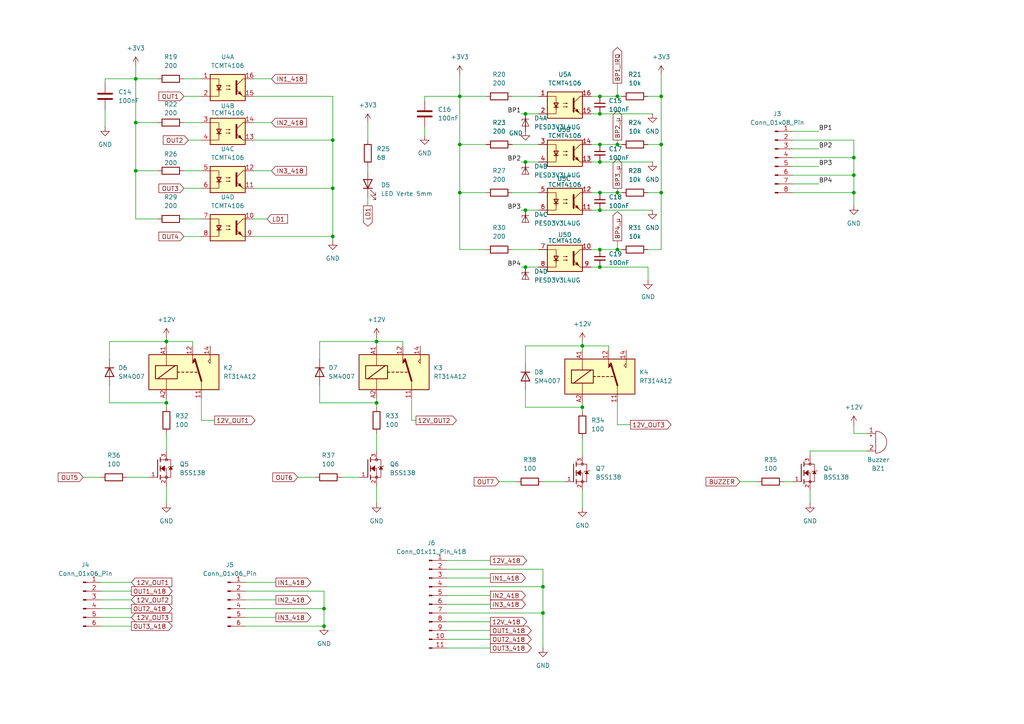
<source format=kicad_sch>
(kicad_sch (version 20250114) (generator "eeschema") (generator_version "9.0")
  (paper "A4")
  (title_block (title "INPUT/OUTPUT") (date "2025-04-30") (rev "V1") (company "TTS") (comment 1 "EP"))
  (lib_symbols
    (symbol "BSS138:BSS138" (pin_names (offset 1.016))
      (property "Reference" "Q" (at -8.89 2.54 0))
      (property "Value" "BSS138" (at -8.89 -7.62 0))
      (symbol "BSS138_0_0"
        (pin passive line (at -2.54 -2.54 0) (length 2.54) (name "~") (number "1"))
        (pin passive line (at 2.54 5.08 270) (length 2.54) (name "~") (number "3"))
        (pin passive line (at 2.54 -5.08 90) (length 2.54) (name "~") (number "2"))
      )
    )
    (symbol "Connector:Conn_01x06_Pin" (pin_names (offset 1.016) (hide yes))
      (property "Reference" "J" (at 0 7.62 0))
      (property "Value" "Conn_01x06_Pin" (at 0 -10.16 0))
      (symbol "Conn_01x06_Pin_1_1"
        (pin passive line (at 5.08 5.08 180) (length 3.81) (name "Pin_1") (number "1"))
        (pin passive line (at 5.08 2.54 180) (length 3.81) (name "Pin_2") (number "2"))
        (pin passive line (at 5.08 0 180) (length 3.81) (name "Pin_3") (number "3"))
        (pin passive line (at 5.08 -2.54 180) (length 3.81) (name "Pin_4") (number "4"))
        (pin passive line (at 5.08 -5.08 180) (length 3.81) (name "Pin_5") (number "5"))
        (pin passive line (at 5.08 -7.62 180) (length 3.81) (name "Pin_6") (number "6"))
      )
    )
    (symbol "Connector:Conn_01x08_Pin" (pin_names (offset 1.016) (hide yes))
      (property "Reference" "J" (at 0 10.16 0))
      (property "Value" "Conn_01x08_Pin" (at 0 -12.7 0))
      (symbol "Conn_01x08_Pin_1_1"
        (pin passive line (at 5.08 7.62 180) (length 3.81) (name "Pin_1") (number "1"))
        (pin passive line (at 5.08 5.08 180) (length 3.81) (name "Pin_2") (number "2"))
        (pin passive line (at 5.08 2.54 180) (length 3.81) (name "Pin_3") (number "3"))
        (pin passive line (at 5.08 0 180) (length 3.81) (name "Pin_4") (number "4"))
        (pin passive line (at 5.08 -2.54 180) (length 3.81) (name "Pin_5") (number "5"))
        (pin passive line (at 5.08 -5.08 180) (length 3.81) (name "Pin_6") (number "6"))
        (pin passive line (at 5.08 -7.62 180) (length 3.81) (name "Pin_7") (number "7"))
        (pin passive line (at 5.08 -10.16 180) (length 3.81) (name "Pin_8") (number "8"))
      )
    )
    (symbol "Connector:Conn_01x11_Pin" (pin_names (offset 1.016) (hide yes))
      (property "Reference" "J" (at 0 15.24 0))
      (property "Value" "Conn_01x11_Pin" (at 0 -15.24 0))
      (symbol "Conn_01x11_Pin_1_1"
        (pin passive line (at 5.08 12.7 180) (length 3.81) (name "Pin_1") (number "1"))
        (pin passive line (at 5.08 10.16 180) (length 3.81) (name "Pin_2") (number "2"))
        (pin passive line (at 5.08 7.62 180) (length 3.81) (name "Pin_3") (number "3"))
        (pin passive line (at 5.08 5.08 180) (length 3.81) (name "Pin_4") (number "4"))
        (pin passive line (at 5.08 2.54 180) (length 3.81) (name "Pin_5") (number "5"))
        (pin passive line (at 5.08 0 180) (length 3.81) (name "Pin_6") (number "6"))
        (pin passive line (at 5.08 -2.54 180) (length 3.81) (name "Pin_7") (number "7"))
        (pin passive line (at 5.08 -5.08 180) (length 3.81) (name "Pin_8") (number "8"))
        (pin passive line (at 5.08 -7.62 180) (length 3.81) (name "Pin_9") (number "9"))
        (pin passive line (at 5.08 -10.16 180) (length 3.81) (name "Pin_10") (number "10"))
        (pin passive line (at 5.08 -12.7 180) (length 3.81) (name "Pin_11") (number "11"))
      )
    )
    (symbol "Device:Buzzer" (pin_names (offset 0.0254) (hide yes))
      (property "Reference" "BZ" (at 3.81 1.27 0))
      (property "Value" "Buzzer" (at 3.81 -1.27 0))
      (symbol "Buzzer_1_1"
        (pin passive line (at -2.54 2.54 0) (length 2.54) (name "+") (number "1"))
        (pin passive line (at -2.54 -2.54 0) (length 2.54) (name "-") (number "2"))
      )
    )
    (symbol "Device:C" (pin_numbers (hide yes)) (pin_names (offset 0.254))
      (property "Reference" "C" (at 0.635 2.54 0))
      (property "Value" "C" (at 0.635 -2.54 0))
      (symbol "C_1_1"
        (pin passive line (at 0 3.81 270) (length 2.794) (name "~") (number "1"))
        (pin passive line (at 0 -3.81 90) (length 2.794) (name "~") (number "2"))
      )
    )
    (symbol "Device:C_Small" (pin_numbers (hide yes)) (pin_names (offset 0.254) (hide yes))
      (property "Reference" "C" (at 0.254 1.778 0))
      (property "Value" "C_Small" (at 0.254 -2.032 0))
      (symbol "C_Small_1_1"
        (pin passive line (at 0 2.54 270) (length 2.032) (name "~") (number "1"))
        (pin passive line (at 0 -2.54 90) (length 2.032) (name "~") (number "2"))
      )
    )
    (symbol "Device:LED" (pin_numbers (hide yes)) (pin_names (offset 1.016) (hide yes))
      (property "Reference" "D" (at 0 2.54 0))
      (property "Value" "LED" (at 0 -2.54 0))
      (symbol "LED_1_1"
        (pin passive line (at -3.81 0 0) (length 2.54) (name "K") (number "1"))
        (pin passive line (at 3.81 0 180) (length 2.54) (name "A") (number "2"))
      )
    )
    (symbol "Device:R" (pin_numbers (hide yes)) (pin_names (offset 0))
      (property "Reference" "R" (at 2.032 0 90))
      (property "Value" "R" (at 0 0 90))
      (symbol "R_1_1"
        (pin passive line (at 0 3.81 270) (length 1.27) (name "~") (number "1"))
        (pin passive line (at 0 -3.81 90) (length 1.27) (name "~") (number "2"))
      )
    )
    (symbol "Diode:SM4007" (pin_numbers (hide yes)) (pin_names (hide yes))
      (property "Reference" "D" (at 0 2.54 0))
      (property "Value" "SM4007" (at 0 -2.54 0))
      (symbol "SM4007_1_1"
        (pin passive line (at -3.81 0 0) (length 2.54) (name "K") (number "1"))
        (pin passive line (at 3.81 0 180) (length 2.54) (name "A") (number "2"))
      )
    )
    (symbol "Isolator:TCMT4106" (pin_names (offset 1.016))
      (property "Reference" "U" (at 0 5.08 0))
      (property "Value" "TCMT4106" (at 0 -5.08 0))
      (symbol "TCMT4106_1_1"
        (pin passive line (at -7.62 2.54 0) (length 2.54) (name "~") (number "1"))
        (pin passive line (at -7.62 -2.54 0) (length 2.54) (name "~") (number "2"))
        (pin passive line (at 7.62 2.54 180) (length 2.54) (name "~") (number "16"))
        (pin passive line (at 7.62 -2.54 180) (length 2.54) (name "~") (number "15"))
      )
      (symbol "TCMT4106_2_1"
        (pin passive line (at -7.62 2.54 0) (length 2.54) (name "~") (number "3"))
        (pin passive line (at -7.62 -2.54 0) (length 2.54) (name "~") (number "4"))
        (pin passive line (at 7.62 2.54 180) (length 2.54) (name "~") (number "14"))
        (pin passive line (at 7.62 -2.54 180) (length 2.54) (name "~") (number "13"))
      )
      (symbol "TCMT4106_3_1"
        (pin passive line (at -7.62 2.54 0) (length 2.54) (name "~") (number "5"))
        (pin passive line (at -7.62 -2.54 0) (length 2.54) (name "~") (number "6"))
        (pin passive line (at 7.62 2.54 180) (length 2.54) (name "~") (number "12"))
        (pin passive line (at 7.62 -2.54 180) (length 2.54) (name "~") (number "11"))
      )
      (symbol "TCMT4106_4_1"
        (pin passive line (at -7.62 2.54 0) (length 2.54) (name "~") (number "7"))
        (pin passive line (at -7.62 -2.54 0) (length 2.54) (name "~") (number "8"))
        (pin passive line (at 7.62 2.54 180) (length 2.54) (name "~") (number "10"))
        (pin passive line (at 7.62 -2.54 180) (length 2.54) (name "~") (number "9"))
      )
    )
    (symbol "Power_Protection:PESD3V3L4UG" (pin_numbers (hide yes)) (pin_names (hide yes))
      (property "Reference" "D" (at 0 2.54 0))
      (property "Value" "PESD3V3L4UG" (at 0 -2.54 0))
      (symbol "PESD3V3L4UG_1_1"
        (pin passive line (at -2.54 0 0) (length 2.54) (name "K1") (number "1"))
        (pin passive line (at 2.54 0 180) (length 2.54) (name "A") (number "2"))
      )
      (symbol "PESD3V3L4UG_2_1"
        (pin passive line (at -2.54 0 0) (length 2.54) (name "K2") (number "3"))
      )
      (symbol "PESD3V3L4UG_3_1"
        (pin passive line (at -2.54 0 0) (length 2.54) (name "K3") (number "4"))
      )
      (symbol "PESD3V3L4UG_4_1"
        (pin passive line (at -2.54 0 0) (length 2.54) (name "K4") (number "5"))
      )
    )
    (symbol "Relay:RT314A12"
      (property "Reference" "K" (at 11.43 3.81 0))
      (property "Value" "RT314A12" (at 11.43 1.27 0))
      (symbol "RT314A12_1_1"
        (pin passive line (at -5.08 7.62 270) (length 2.54) (name "~") (number "A1"))
        (pin passive line (at -5.08 -7.62 90) (length 2.54) (name "~") (number "A2"))
        (pin passive line (at 2.54 7.62 270) (length 2.54) (name "~") (number "12"))
        (pin passive line (at 5.08 -7.62 90) (length 2.54) (name "~") (number "11"))
        (pin passive line (at 7.62 7.62 270) (length 2.54) (name "~") (number "14"))
      )
    )
    (symbol "power:+12V" (power) (pin_numbers (hide yes)) (pin_names (offset 0) (hide yes))
      (property "Value" "+12V" (at 0 3.556 0))
      (symbol "+12V_1_1"
        (pin power_in line (at 0 0 90) (length 0) (name "~") (number "1"))
      )
    )
    (symbol "power:+3V3" (power) (pin_numbers (hide yes)) (pin_names (offset 0) (hide yes))
      (property "Value" "+3V3" (at 0 3.556 0))
      (symbol "+3V3_1_1"
        (pin power_in line (at 0 0 90) (length 0) (name "~") (number "1"))
      )
    )
    (symbol "power:GND" (power) (pin_numbers (hide yes)) (pin_names (offset 0) (hide yes))
      (property "Value" "GND" (at 0 -3.81 0))
      (symbol "GND_1_1"
        (pin power_in line (at 0 0 270) (length 0) (name "~") (number "1"))
      )
    )
  )
  (junction (at 179.07 55.88))
  (junction (at 48.26 99.06))
  (junction (at 93.98 181.61))
  (junction (at 191.77 55.88))
  (junction (at 179.07 41.91))
  (junction (at 152.4 77.47))
  (junction (at 133.35 27.94))
  (junction (at 173.99 41.91))
  (junction (at 173.99 72.39))
  (junction (at 152.4 33.02))
  (junction (at 247.65 55.88))
  (junction (at 96.52 68.58))
  (junction (at 39.37 49.53))
  (junction (at 96.52 54.61))
  (junction (at 179.07 72.39))
  (junction (at 247.65 45.72))
  (junction (at 39.37 35.56))
  (junction (at 157.48 170.18))
  (junction (at 152.4 46.99))
  (junction (at 173.99 33.02))
  (junction (at 173.99 77.47))
  (junction (at 173.99 27.94))
  (junction (at 173.99 60.96))
  (junction (at 173.99 55.88))
  (junction (at 191.77 27.94))
  (junction (at 109.22 99.06))
  (junction (at 173.99 46.99))
  (junction (at 96.52 40.64))
  (junction (at 247.65 50.8))
  (junction (at 191.77 41.91))
  (junction (at 152.4 60.96))
  (junction (at 133.35 55.88))
  (junction (at 93.98 176.53))
  (junction (at 168.91 100.33))
  (junction (at 48.26 116.84))
  (junction (at 179.07 27.94))
  (junction (at 39.37 22.86))
  (junction (at 133.35 41.91))
  (junction (at 109.22 116.84))
  (junction (at 168.91 118.11))
  (junction (at 157.48 177.8))
  (wire (pts (xy 171.45 33.02) (xy 173.99 33.02)))
  (wire (pts (xy 106.68 48.26) (xy 106.68 49.53)))
  (wire (pts (xy 31.75 104.14) (xy 31.75 99.06)))
  (wire (pts (xy 119.38 121.92) (xy 119.38 115.57)))
  (wire (pts (xy 191.77 27.94) (xy 187.96 27.94)))
  (wire (pts (xy 31.75 111.76) (xy 31.75 116.84)))
  (wire (pts (xy 148.59 41.91) (xy 156.21 41.91)))
  (wire (pts (xy 73.66 40.64) (xy 96.52 40.64)))
  (wire (pts (xy 152.4 113.03) (xy 152.4 118.11)))
  (wire (pts (xy 229.87 53.34) (xy 237.49 53.34)))
  (wire (pts (xy 182.88 123.19) (xy 179.07 123.19)))
  (wire (pts (xy 152.4 118.11) (xy 168.91 118.11)))
  (wire (pts (xy 55.88 100.33) (xy 55.88 99.06)))
  (wire (pts (xy 48.26 115.57) (xy 48.26 116.84)))
  (wire (pts (xy 229.87 50.8) (xy 247.65 50.8)))
  (wire (pts (xy 31.75 116.84) (xy 48.26 116.84)))
  (wire (pts (xy 173.99 60.96) (xy 189.23 60.96)))
  (wire (pts (xy 229.87 45.72) (xy 247.65 45.72)))
  (wire (pts (xy 171.45 27.94) (xy 173.99 27.94)))
  (wire (pts (xy 96.52 68.58) (xy 96.52 69.85)))
  (wire (pts (xy 29.21 171.45) (xy 38.1 171.45)))
  (wire (pts (xy 168.91 118.11) (xy 168.91 119.38)))
  (wire (pts (xy 171.45 46.99) (xy 173.99 46.99)))
  (wire (pts (xy 123.19 27.94) (xy 123.19 29.21)))
  (wire (pts (xy 247.65 40.64) (xy 247.65 45.72)))
  (wire (pts (xy 148.59 55.88) (xy 156.21 55.88)))
  (wire (pts (xy 39.37 35.56) (xy 39.37 49.53)))
  (wire (pts (xy 123.19 27.94) (xy 133.35 27.94)))
  (wire (pts (xy 129.54 187.96) (xy 142.24 187.96)))
  (wire (pts (xy 53.34 54.61) (xy 58.42 54.61)))
  (wire (pts (xy 247.65 50.8) (xy 247.65 55.88)))
  (wire (pts (xy 99.06 138.43) (xy 104.14 138.43)))
  (wire (pts (xy 129.54 177.8) (xy 157.48 177.8)))
  (wire (pts (xy 109.22 99.06) (xy 116.84 99.06)))
  (wire (pts (xy 109.22 116.84) (xy 109.22 118.11)))
  (wire (pts (xy 179.07 72.39) (xy 180.34 72.39)))
  (wire (pts (xy 157.48 165.1) (xy 129.54 165.1)))
  (wire (pts (xy 53.34 22.86) (xy 58.42 22.86)))
  (wire (pts (xy 119.38 121.92) (xy 120.65 121.92)))
  (wire (pts (xy 173.99 33.02) (xy 189.23 33.02)))
  (wire (pts (xy 106.68 57.15) (xy 106.68 59.69)))
  (wire (pts (xy 73.66 22.86) (xy 78.74 22.86)))
  (wire (pts (xy 247.65 45.72) (xy 247.65 50.8)))
  (wire (pts (xy 30.48 24.13) (xy 30.48 22.86)))
  (wire (pts (xy 45.72 35.56) (xy 39.37 35.56)))
  (wire (pts (xy 229.87 55.88) (xy 247.65 55.88)))
  (wire (pts (xy 251.46 125.73) (xy 247.65 125.73)))
  (wire (pts (xy 53.34 35.56) (xy 58.42 35.56)))
  (wire (pts (xy 234.95 130.81) (xy 234.95 132.08)))
  (wire (pts (xy 229.87 48.26) (xy 237.49 48.26)))
  (wire (pts (xy 140.97 41.91) (xy 133.35 41.91)))
  (wire (pts (xy 29.21 168.91) (xy 38.1 168.91)))
  (wire (pts (xy 58.42 121.92) (xy 58.42 115.57)))
  (wire (pts (xy 93.98 171.45) (xy 93.98 176.53)))
  (wire (pts (xy 227.33 139.7) (xy 229.87 139.7)))
  (wire (pts (xy 152.4 105.41) (xy 152.4 100.33)))
  (wire (pts (xy 176.53 101.6) (xy 176.53 100.33)))
  (wire (pts (xy 191.77 21.59) (xy 191.77 27.94)))
  (wire (pts (xy 29.21 173.99) (xy 38.1 173.99)))
  (wire (pts (xy 24.13 138.43) (xy 29.21 138.43)))
  (wire (pts (xy 129.54 175.26) (xy 142.24 175.26)))
  (wire (pts (xy 86.36 138.43) (xy 91.44 138.43)))
  (wire (pts (xy 247.65 55.88) (xy 247.65 59.69)))
  (wire (pts (xy 152.4 100.33) (xy 168.91 100.33)))
  (wire (pts (xy 106.68 35.56) (xy 106.68 40.64)))
  (wire (pts (xy 214.63 139.7) (xy 219.71 139.7)))
  (wire (pts (xy 168.91 116.84) (xy 168.91 118.11)))
  (wire (pts (xy 168.91 100.33) (xy 168.91 101.6)))
  (wire (pts (xy 173.99 27.94) (xy 179.07 27.94)))
  (wire (pts (xy 133.35 55.88) (xy 133.35 72.39)))
  (wire (pts (xy 109.22 97.79) (xy 109.22 99.06)))
  (wire (pts (xy 109.22 115.57) (xy 109.22 116.84)))
  (wire (pts (xy 247.65 125.73) (xy 247.65 123.19)))
  (wire (pts (xy 133.35 21.59) (xy 133.35 27.94)))
  (wire (pts (xy 92.71 99.06) (xy 109.22 99.06)))
  (wire (pts (xy 73.66 35.56) (xy 78.74 35.56)))
  (wire (pts (xy 129.54 170.18) (xy 157.48 170.18)))
  (wire (pts (xy 133.35 55.88) (xy 133.35 41.91)))
  (wire (pts (xy 48.26 116.84) (xy 48.26 118.11)))
  (wire (pts (xy 71.12 181.61) (xy 93.98 181.61)))
  (wire (pts (xy 39.37 22.86) (xy 45.72 22.86)))
  (wire (pts (xy 48.26 97.79) (xy 48.26 99.06)))
  (wire (pts (xy 39.37 19.05) (xy 39.37 22.86)))
  (wire (pts (xy 171.45 72.39) (xy 173.99 72.39)))
  (wire (pts (xy 45.72 63.5) (xy 39.37 63.5)))
  (wire (pts (xy 129.54 167.64) (xy 142.24 167.64)))
  (wire (pts (xy 109.22 99.06) (xy 109.22 100.33)))
  (wire (pts (xy 171.45 55.88) (xy 173.99 55.88)))
  (wire (pts (xy 229.87 38.1) (xy 237.49 38.1)))
  (wire (pts (xy 53.34 68.58) (xy 58.42 68.58)))
  (wire (pts (xy 173.99 41.91) (xy 179.07 41.91)))
  (wire (pts (xy 168.91 127) (xy 168.91 132.08)))
  (wire (pts (xy 48.26 99.06) (xy 48.26 100.33)))
  (wire (pts (xy 129.54 172.72) (xy 142.24 172.72)))
  (wire (pts (xy 179.07 55.88) (xy 180.34 55.88)))
  (wire (pts (xy 31.75 99.06) (xy 48.26 99.06)))
  (wire (pts (xy 148.59 27.94) (xy 156.21 27.94)))
  (wire (pts (xy 133.35 27.94) (xy 133.35 41.91)))
  (wire (pts (xy 179.07 54.61) (xy 179.07 55.88)))
  (wire (pts (xy 171.45 60.96) (xy 173.99 60.96)))
  (wire (pts (xy 62.23 121.92) (xy 58.42 121.92)))
  (wire (pts (xy 96.52 40.64) (xy 96.52 54.61)))
  (wire (pts (xy 129.54 180.34) (xy 142.24 180.34)))
  (wire (pts (xy 48.26 125.73) (xy 48.26 130.81)))
  (wire (pts (xy 157.48 139.7) (xy 163.83 139.7)))
  (wire (pts (xy 73.66 54.61) (xy 96.52 54.61)))
  (wire (pts (xy 234.95 142.24) (xy 234.95 146.05)))
  (wire (pts (xy 140.97 27.94) (xy 133.35 27.94)))
  (wire (pts (xy 187.96 72.39) (xy 191.77 72.39)))
  (wire (pts (xy 148.59 72.39) (xy 156.21 72.39)))
  (wire (pts (xy 151.13 46.99) (xy 152.4 46.99)))
  (wire (pts (xy 116.84 99.06) (xy 116.84 100.33)))
  (wire (pts (xy 151.13 60.96) (xy 152.4 60.96)))
  (wire (pts (xy 179.07 40.64) (xy 179.07 41.91)))
  (wire (pts (xy 53.34 49.53) (xy 58.42 49.53)))
  (wire (pts (xy 187.96 77.47) (xy 173.99 77.47)))
  (wire (pts (xy 55.88 99.06) (xy 48.26 99.06)))
  (wire (pts (xy 157.48 170.18) (xy 157.48 165.1)))
  (wire (pts (xy 187.96 55.88) (xy 191.77 55.88)))
  (wire (pts (xy 179.07 27.94) (xy 180.34 27.94)))
  (wire (pts (xy 171.45 41.91) (xy 173.99 41.91)))
  (wire (pts (xy 173.99 46.99) (xy 189.23 46.99)))
  (wire (pts (xy 151.13 33.02) (xy 152.4 33.02)))
  (wire (pts (xy 92.71 116.84) (xy 109.22 116.84)))
  (wire (pts (xy 29.21 181.61) (xy 38.1 181.61)))
  (wire (pts (xy 29.21 176.53) (xy 38.1 176.53)))
  (wire (pts (xy 173.99 72.39) (xy 179.07 72.39)))
  (wire (pts (xy 71.12 168.91) (xy 80.01 168.91)))
  (wire (pts (xy 45.72 49.53) (xy 39.37 49.53)))
  (wire (pts (xy 168.91 99.06) (xy 168.91 100.33)))
  (wire (pts (xy 173.99 55.88) (xy 179.07 55.88)))
  (wire (pts (xy 92.71 104.14) (xy 92.71 99.06)))
  (wire (pts (xy 173.99 77.47) (xy 171.45 77.47)))
  (wire (pts (xy 179.07 24.13) (xy 179.07 27.94)))
  (wire (pts (xy 229.87 40.64) (xy 247.65 40.64)))
  (wire (pts (xy 53.34 63.5) (xy 58.42 63.5)))
  (wire (pts (xy 140.97 55.88) (xy 133.35 55.88)))
  (wire (pts (xy 96.52 27.94) (xy 96.52 40.64)))
  (wire (pts (xy 140.97 72.39) (xy 133.35 72.39)))
  (wire (pts (xy 168.91 142.24) (xy 168.91 147.32)))
  (wire (pts (xy 129.54 162.56) (xy 142.24 162.56)))
  (wire (pts (xy 93.98 176.53) (xy 93.98 181.61)))
  (wire (pts (xy 109.22 140.97) (xy 109.22 146.05)))
  (wire (pts (xy 71.12 176.53) (xy 93.98 176.53)))
  (wire (pts (xy 73.66 63.5) (xy 77.47 63.5)))
  (wire (pts (xy 123.19 36.83) (xy 123.19 39.37)))
  (wire (pts (xy 109.22 125.73) (xy 109.22 130.81)))
  (wire (pts (xy 157.48 187.96) (xy 157.48 177.8)))
  (wire (pts (xy 30.48 31.75) (xy 30.48 36.83)))
  (wire (pts (xy 29.21 179.07) (xy 38.1 179.07)))
  (wire (pts (xy 73.66 49.53) (xy 78.74 49.53)))
  (wire (pts (xy 179.07 41.91) (xy 180.34 41.91)))
  (wire (pts (xy 152.4 77.47) (xy 156.21 77.47)))
  (wire (pts (xy 151.13 77.47) (xy 152.4 77.47)))
  (wire (pts (xy 144.78 139.7) (xy 149.86 139.7)))
  (wire (pts (xy 73.66 27.94) (xy 96.52 27.94)))
  (wire (pts (xy 71.12 179.07) (xy 80.01 179.07)))
  (wire (pts (xy 157.48 177.8) (xy 157.48 170.18)))
  (wire (pts (xy 129.54 182.88) (xy 142.24 182.88)))
  (wire (pts (xy 152.4 33.02) (xy 156.21 33.02)))
  (wire (pts (xy 30.48 22.86) (xy 39.37 22.86)))
  (wire (pts (xy 73.66 68.58) (xy 96.52 68.58)))
  (wire (pts (xy 251.46 130.81) (xy 234.95 130.81)))
  (wire (pts (xy 191.77 55.88) (xy 191.77 72.39)))
  (wire (pts (xy 71.12 171.45) (xy 93.98 171.45)))
  (wire (pts (xy 92.71 111.76) (xy 92.71 116.84)))
  (wire (pts (xy 36.83 138.43) (xy 43.18 138.43)))
  (wire (pts (xy 191.77 41.91) (xy 191.77 27.94)))
  (wire (pts (xy 71.12 173.99) (xy 80.01 173.99)))
  (wire (pts (xy 39.37 49.53) (xy 39.37 63.5)))
  (wire (pts (xy 48.26 140.97) (xy 48.26 146.05)))
  (wire (pts (xy 152.4 46.99) (xy 156.21 46.99)))
  (wire (pts (xy 39.37 22.86) (xy 39.37 35.56)))
  (wire (pts (xy 152.4 60.96) (xy 156.21 60.96)))
  (wire (pts (xy 176.53 100.33) (xy 168.91 100.33)))
  (wire (pts (xy 179.07 123.19) (xy 179.07 116.84)))
  (wire (pts (xy 129.54 185.42) (xy 142.24 185.42)))
  (wire (pts (xy 191.77 55.88) (xy 191.77 41.91)))
  (wire (pts (xy 53.34 27.94) (xy 58.42 27.94)))
  (wire (pts (xy 96.52 54.61) (xy 96.52 68.58)))
  (wire (pts (xy 187.96 41.91) (xy 191.77 41.91)))
  (wire (pts (xy 179.07 69.85) (xy 179.07 72.39)))
  (wire (pts (xy 229.87 43.18) (xy 237.49 43.18)))
  (wire (pts (xy 54.61 40.64) (xy 58.42 40.64)))
  (wire (pts (xy 187.96 77.47) (xy 187.96 81.28)))
  (label "BP4" (at 237.49 53.34 0))
  (label "BP2" (at 237.49 43.18 0))
  (label "BP3" (at 237.49 48.26 0))
  (label "BP1" (at 237.49 38.1 0))
  (label "BP4" (at 151.13 77.47 180))
  (label "BP2" (at 151.13 46.99 180))
  (label "BP1" (at 151.13 33.02 180))
  (label "BP3" (at 151.13 60.96 180))
  (global_label "OUT1_418" (shape output) (at 38.1 171.45 0) (property "Intersheetrefs" "${INTERSHEET_REFS}" (effects (hide yes))))
  (global_label "BP4_µ" (shape output) (at 179.07 69.85 90) (property "Intersheetrefs" "${INTERSHEET_REFS}" (effects (hide yes))))
  (global_label "12V_OUT1" (shape input) (at 38.1 168.91 0) (property "Intersheetrefs" "${INTERSHEET_REFS}" (effects (hide yes))))
  (global_label "IN1_418" (shape input) (at 78.74 22.86 0) (property "Intersheetrefs" "${INTERSHEET_REFS}" (effects (hide yes))))
  (global_label "12V_418" (shape output) (at 142.24 180.34 0) (property "Intersheetrefs" "${INTERSHEET_REFS}" (effects (hide yes))))
  (global_label "BP2_µ" (shape output) (at 179.07 40.64 90) (property "Intersheetrefs" "${INTERSHEET_REFS}" (effects (hide yes))))
  (global_label "OUT3_418" (shape output) (at 38.1 181.61 0) (property "Intersheetrefs" "${INTERSHEET_REFS}" (effects (hide yes))))
  (global_label "12V_OUT3" (shape output) (at 182.88 123.19 0) (property "Intersheetrefs" "${INTERSHEET_REFS}" (effects (hide yes))))
  (global_label "OUT7" (shape input) (at 144.78 139.7 180) (property "Intersheetrefs" "${INTERSHEET_REFS}" (effects (hide yes))))
  (global_label "OUT6" (shape input) (at 86.36 138.43 180) (property "Intersheetrefs" "${INTERSHEET_REFS}" (effects (hide yes))))
  (global_label "OUT2_418" (shape output) (at 38.1 176.53 0) (property "Intersheetrefs" "${INTERSHEET_REFS}" (effects (hide yes))))
  (global_label "OUT2_418" (shape output) (at 142.24 185.42 0) (property "Intersheetrefs" "${INTERSHEET_REFS}" (effects (hide yes))))
  (global_label "12V_OUT3" (shape input) (at 38.1 179.07 0) (property "Intersheetrefs" "${INTERSHEET_REFS}" (effects (hide yes))))
  (global_label "IN2_418" (shape output) (at 80.01 173.99 0) (property "Intersheetrefs" "${INTERSHEET_REFS}" (effects (hide yes))))
  (global_label "OUT5" (shape input) (at 24.13 138.43 180) (property "Intersheetrefs" "${INTERSHEET_REFS}" (effects (hide yes))))
  (global_label "IN3_418" (shape input) (at 78.74 49.53 0) (property "Intersheetrefs" "${INTERSHEET_REFS}" (effects (hide yes))))
  (global_label "OUT3_418" (shape output) (at 142.24 187.96 0) (property "Intersheetrefs" "${INTERSHEET_REFS}" (effects (hide yes))))
  (global_label "OUT1" (shape input) (at 53.34 27.94 180) (property "Intersheetrefs" "${INTERSHEET_REFS}" (effects (hide yes))))
  (global_label "12V_418" (shape output) (at 142.24 162.56 0) (property "Intersheetrefs" "${INTERSHEET_REFS}" (effects (hide yes))))
  (global_label "IN2_418" (shape input) (at 78.74 35.56 0) (property "Intersheetrefs" "${INTERSHEET_REFS}" (effects (hide yes))))
  (global_label "IN3_418" (shape output) (at 80.01 179.07 0) (property "Intersheetrefs" "${INTERSHEET_REFS}" (effects (hide yes))))
  (global_label "IN1_418" (shape output) (at 142.24 167.64 0) (property "Intersheetrefs" "${INTERSHEET_REFS}" (effects (hide yes))))
  (global_label "IN2_418" (shape output) (at 142.24 172.72 0) (property "Intersheetrefs" "${INTERSHEET_REFS}" (effects (hide yes))))
  (global_label "12V_OUT1" (shape output) (at 62.23 121.92 0) (property "Intersheetrefs" "${INTERSHEET_REFS}" (effects (hide yes))))
  (global_label "LD1" (shape output) (at 106.68 59.69 270) (property "Intersheetrefs" "${INTERSHEET_REFS}" (effects (hide yes))))
  (global_label "OUT3" (shape input) (at 53.34 54.61 180) (property "Intersheetrefs" "${INTERSHEET_REFS}" (effects (hide yes))))
  (global_label "12V_OUT2" (shape output) (at 120.65 121.92 0) (property "Intersheetrefs" "${INTERSHEET_REFS}" (effects (hide yes))))
  (global_label "BUZZER" (shape input) (at 214.63 139.7 180) (property "Intersheetrefs" "${INTERSHEET_REFS}" (effects (hide yes))))
  (global_label "BP3_µ" (shape output) (at 179.07 54.61 90) (property "Intersheetrefs" "${INTERSHEET_REFS}" (effects (hide yes))))
  (global_label "LD1" (shape input) (at 77.47 63.5 0) (property "Intersheetrefs" "${INTERSHEET_REFS}" (effects (hide yes))))
  (global_label "IN1_418" (shape output) (at 80.01 168.91 0) (property "Intersheetrefs" "${INTERSHEET_REFS}" (effects (hide yes))))
  (global_label "IN3_418" (shape output) (at 142.24 175.26 0) (property "Intersheetrefs" "${INTERSHEET_REFS}" (effects (hide yes))))
  (global_label "12V_OUT2" (shape input) (at 38.1 173.99 0) (property "Intersheetrefs" "${INTERSHEET_REFS}" (effects (hide yes))))
  (global_label "BP1_IRQ" (shape output) (at 179.07 24.13 90) (property "Intersheetrefs" "${INTERSHEET_REFS}" (effects (hide yes))))
  (global_label "OUT4" (shape input) (at 53.34 68.58 180) (property "Intersheetrefs" "${INTERSHEET_REFS}" (effects (hide yes))))
  (global_label "OUT2" (shape input) (at 54.61 40.64 180) (property "Intersheetrefs" "${INTERSHEET_REFS}" (effects (hide yes))))
  (global_label "OUT1_418" (shape output) (at 142.24 182.88 0) (property "Intersheetrefs" "${INTERSHEET_REFS}" (effects (hide yes))))
  (symbol (lib_id "Device:R") (at 49.53 63.5 90) (unit 1)
    (property "Reference" "R29" (at 49.53 57.15 90))
    (property "Value" "200" (at 49.53 59.69 90))
    (property "Footprint" "Resistor_SMD:R_0805_2012Metric_Pad1.20x1.40mm_HandSolder" (effects (hide yes)))
    (property "Description" "Resistor" (effects (hide yes)))
  )
  (symbol (lib_id "power:GND") (at 189.23 33.02 0) (unit 1)
    (property "Reference" "#PWR027" (effects (hide yes)))
    (property "Value" "GND" (at 189.23 38.1 0))
    (property "Description" "Power symbol creates a global label with name \"GND\" , ground" (effects (hide yes)))
  )
  (symbol (lib_id "Isolator:TCMT4106") (at 66.04 52.07 0) (unit 3)
    (property "Reference" "U4" (at 66.04 43.18 0))
    (property "Value" "TCMT4106" (at 66.04 45.72 0))
    (property "Footprint" "Package_SO:SOP-16_4.4x10.4mm_P1.27mm" (effects (hide yes)))
    (property "Datasheet" "https://www.vishay.com/docs/84181/tcmt4100.pdf" (effects (hide yes)))
    (property "Description" "Quad Optocoupler, Vce 70V, CTR 100-300%, Viso 3750V (RMS), SOP-16" (effects (hide yes)))
  )
  (symbol (lib_id "Diode:SM4007") (at 92.71 107.95 270) (unit 1)
    (property "Reference" "D7" (at 95.25 106.6799 90) (effects (justify left)))
    (property "Value" "SM4007" (at 95.25 109.2199 90) (effects (justify left)))
    (property "Footprint" "Diode_SMD:D_MELF" (effects (hide yes)))
    (property "Datasheet" "http://cdn-reichelt.de/documents/datenblatt/A400/SMD1N400%23DIO.pdf" (effects (hide yes)))
    (property "Description" "1000V 1A General Purpose Rectifier Diode, MELF" (effects (hide yes)))
    (property "Sim.Device" "D" (effects (hide yes)))
    (property "Sim.Pins" "1=K 2=A" (effects (hide yes)))
  )
  (symbol (lib_id "Power_Protection:PESD3V3L4UG") (at 152.4 80.01 270) (unit 4)
    (property "Reference" "D4" (at 154.94 78.7399 90) (effects (justify left)))
    (property "Value" "PESD3V3L4UG" (at 154.94 81.2799 90) (effects (justify left)))
    (property "Footprint" "Package_TO_SOT_SMD:SOT-353_SC-70-5" (effects (hide yes)))
    (property "Datasheet" "https://assets.nexperia.com/documents/data-sheet/PESDXL4UF_G_W.pdf" (effects (hide yes)))
    (property "Description" "Low capacitance unidirectional quadruple ESD protection diode array, 3.3V, Common Anode, SOT-353" (effects (hide yes)))
  )
  (symbol (lib_id "Device:R") (at 184.15 72.39 90) (unit 1)
    (property "Reference" "R31" (at 184.15 66.04 90))
    (property "Value" "10k" (at 184.15 68.58 90))
    (property "Footprint" "Resistor_SMD:R_0805_2012Metric_Pad1.20x1.40mm_HandSolder" (effects (hide yes)))
    (property "Description" "Resistor" (effects (hide yes)))
  )
  (symbol (lib_id "Connector:Conn_01x11_Pin") (at 124.46 175.26 0) (unit 1)
    (property "Reference" "J6" (at 125.095 157.48 0))
    (property "Value" "Conn_01x11_Pin_418" (at 125.095 160.02 0))
    (property "Footprint" "Connector_Phoenix_MSTB:PhoenixContact_MSTBVA_2,5_11-G-5,08_1x11_P5.08mm_Vertical" (effects (hide yes)))
    (property "Description" "Generic connector, single row, 01x11, script generated" (effects (hide yes)))
  )
  (symbol (lib_id "Device:C_Small") (at 173.99 58.42 0) (unit 1)
    (property "Reference" "C18" (at 176.53 57.1562 0) (effects (justify left)))
    (property "Value" "100nF" (at 176.53 59.6962 0) (effects (justify left)))
    (property "Footprint" "Capacitor_SMD:C_0805_2012Metric_Pad1.18x1.45mm_HandSolder" (effects (hide yes)))
    (property "Description" "Unpolarized capacitor, small symbol" (effects (hide yes)))
  )
  (symbol (lib_id "Device:R") (at 49.53 22.86 90) (unit 1)
    (property "Reference" "R19" (at 49.53 16.51 90))
    (property "Value" "200" (at 49.53 19.05 90))
    (property "Footprint" "Resistor_SMD:R_0805_2012Metric_Pad1.20x1.40mm_HandSolder" (effects (hide yes)))
    (property "Description" "Resistor" (effects (hide yes)))
  )
  (symbol (lib_id "Device:R") (at 184.15 55.88 90) (unit 1)
    (property "Reference" "R28" (at 184.15 49.53 90))
    (property "Value" "10k" (at 184.15 52.07 90))
    (property "Footprint" "Resistor_SMD:R_0805_2012Metric_Pad1.20x1.40mm_HandSolder" (effects (hide yes)))
    (property "Description" "Resistor" (effects (hide yes)))
  )
  (symbol (lib_id "Device:R") (at 106.68 44.45 0) (unit 1)
    (property "Reference" "R25" (at 109.22 43.1799 0) (effects (justify left)))
    (property "Value" "68" (at 109.22 45.7199 0) (effects (justify left)))
    (property "Footprint" "Resistor_SMD:R_0805_2012Metric_Pad1.20x1.40mm_HandSolder" (effects (hide yes)))
    (property "Description" "Resistor" (effects (hide yes)))
  )
  (symbol (lib_id "Connector:Conn_01x08_Pin") (at 224.79 45.72 0) (unit 1)
    (property "Reference" "J3" (at 225.425 33.02 0))
    (property "Value" "Conn_01x08_Pin" (at 225.425 35.56 0))
    (property "Footprint" "Connector_Phoenix_MC:PhoenixContact_MCV_1,5_8-G-3.81_1x08_P3.81mm_Vertical" (effects (hide yes)))
    (property "Description" "Generic connector, single row, 01x08, script generated" (effects (hide yes)))
  )
  (symbol (lib_id "power:+3V3") (at 39.37 19.05 0) (unit 1)
    (property "Reference" "#PWR024" (effects (hide yes)))
    (property "Value" "+3V3" (at 39.37 13.97 0))
    (property "Description" "Power symbol creates a global label with name \"+3V3\"" (effects (hide yes)))
  )
  (symbol (lib_id "power:GND") (at 30.48 36.83 0) (unit 1)
    (property "Reference" "#PWR029" (effects (hide yes)))
    (property "Value" "GND" (at 30.48 41.91 0))
    (property "Description" "Power symbol creates a global label with name \"GND\" , ground" (effects (hide yes)))
  )
  (symbol (lib_id "Device:R") (at 144.78 72.39 90) (unit 1)
    (property "Reference" "R30" (at 144.78 66.04 90))
    (property "Value" "200" (at 144.78 68.58 90))
    (property "Footprint" "Resistor_SMD:R_0805_2012Metric_Pad1.20x1.40mm_HandSolder" (effects (hide yes)))
    (property "Description" "Resistor" (effects (hide yes)))
  )
  (symbol (lib_id "Device:R") (at 109.22 121.92 0) (unit 1)
    (property "Reference" "R33" (at 111.76 120.6499 0) (effects (justify left)))
    (property "Value" "100" (at 111.76 123.1899 0) (effects (justify left)))
    (property "Footprint" "Resistor_SMD:R_0805_2012Metric_Pad1.20x1.40mm_HandSolder" (effects (hide yes)))
    (property "Description" "Resistor" (effects (hide yes)))
  )
  (symbol (lib_id "power:GND") (at 247.65 59.69 0) (unit 1)
    (property "Reference" "#PWR033" (effects (hide yes)))
    (property "Value" "GND" (at 247.65 64.77 0))
    (property "Description" "Power symbol creates a global label with name \"GND\" , ground" (effects (hide yes)))
  )
  (symbol (lib_id "power:GND") (at 157.48 187.96 0) (unit 1)
    (property "Reference" "#PWR046" (effects (hide yes)))
    (property "Value" "GND" (at 157.48 193.04 0))
    (property "Description" "Power symbol creates a global label with name \"GND\" , ground" (effects (hide yes)))
  )
  (symbol (lib_id "Isolator:TCMT4106") (at 163.83 44.45 0) (unit 2)
    (property "Reference" "U5" (at 163.576 37.592 0))
    (property "Value" "TCMT4106" (at 163.83 39.37 0))
    (property "Footprint" "Package_SO:SOP-16_4.4x10.4mm_P1.27mm" (effects (hide yes)))
    (property "Datasheet" "https://www.vishay.com/docs/84181/tcmt4100.pdf" (effects (hide yes)))
    (property "Description" "Quad Optocoupler, Vce 70V, CTR 100-300%, Viso 3750V (RMS), SOP-16" (effects (hide yes)))
  )
  (symbol (lib_id "Isolator:TCMT4106") (at 66.04 38.1 0) (unit 2)
    (property "Reference" "U4" (at 66.04 30.734 0))
    (property "Value" "TCMT4106" (at 66.04 32.766 0))
    (property "Footprint" "Package_SO:SOP-16_4.4x10.4mm_P1.27mm" (effects (hide yes)))
    (property "Datasheet" "https://www.vishay.com/docs/84181/tcmt4100.pdf" (effects (hide yes)))
    (property "Description" "Quad Optocoupler, Vce 70V, CTR 100-300%, Viso 3750V (RMS), SOP-16" (effects (hide yes)))
  )
  (symbol (lib_id "Isolator:TCMT4106") (at 163.83 74.93 0) (unit 4)
    (property "Reference" "U5" (at 163.83 68.072 0))
    (property "Value" "TCMT4106" (at 163.83 69.85 0))
    (property "Footprint" "Package_SO:SOP-16_4.4x10.4mm_P1.27mm" (effects (hide yes)))
    (property "Datasheet" "https://www.vishay.com/docs/84181/tcmt4100.pdf" (effects (hide yes)))
    (property "Description" "Quad Optocoupler, Vce 70V, CTR 100-300%, Viso 3750V (RMS), SOP-16" (effects (hide yes)))
  )
  (symbol (lib_id "power:+12V") (at 168.91 99.06 0) (unit 1)
    (property "Reference" "#PWR039" (effects (hide yes)))
    (property "Value" "+12V" (at 168.91 93.98 0))
    (property "Description" "Power symbol creates a global label with name \"+12V\"" (effects (hide yes)))
  )
  (symbol (lib_id "Device:R") (at 33.02 138.43 90) (unit 1)
    (property "Reference" "R36" (at 33.02 132.08 90))
    (property "Value" "100" (at 33.02 134.62 90))
    (property "Footprint" "Resistor_SMD:R_0805_2012Metric_Pad1.20x1.40mm_HandSolder" (effects (hide yes)))
    (property "Description" "Resistor" (effects (hide yes)))
  )
  (symbol (lib_id "Device:LED") (at 106.68 53.34 90) (unit 1)
    (property "Reference" "D5" (at 110.49 53.6574 90) (effects (justify right)))
    (property "Value" "LED Verte 5mm" (at 110.49 56.1974 90) (effects (justify right)))
    (property "Footprint" "LED_THT:LED_D5.0mm" (effects (hide yes)))
    (property "Description" "Light emitting diode" (effects (hide yes)))
    (property "Sim.Pins" "1=K 2=A" (effects (hide yes)))
  )
  (symbol (lib_id "power:GND") (at 109.22 146.05 0) (unit 1)
    (property "Reference" "#PWR043" (effects (hide yes)))
    (property "Value" "GND" (at 109.22 151.13 0))
    (property "Description" "Power symbol creates a global label with name \"GND\" , ground" (effects (hide yes)))
  )
  (symbol (lib_id "power:GND") (at 96.52 69.85 0) (unit 1)
    (property "Reference" "#PWR035" (effects (hide yes)))
    (property "Value" "GND" (at 96.52 74.93 0))
    (property "Description" "Power symbol creates a global label with name \"GND\" , ground" (effects (hide yes)))
  )
  (symbol (lib_id "Device:R") (at 153.67 139.7 90) (unit 1)
    (property "Reference" "R38" (at 153.67 133.35 90))
    (property "Value" "100" (at 153.67 135.89 90))
    (property "Footprint" "Resistor_SMD:R_0805_2012Metric_Pad1.20x1.40mm_HandSolder" (effects (hide yes)))
    (property "Description" "Resistor" (effects (hide yes)))
  )
  (symbol (lib_id "power:+3V3") (at 133.35 21.59 0) (unit 1)
    (property "Reference" "#PWR025" (effects (hide yes)))
    (property "Value" "+3V3" (at 133.35 16.51 0))
    (property "Description" "Power symbol creates a global label with name \"+3V3\"" (effects (hide yes)))
  )
  (symbol (lib_id "Relay:RT314A12") (at 173.99 109.22 0) (unit 1)
    (property "Reference" "K4" (at 185.42 107.9499 0) (effects (justify left)))
    (property "Value" "RT314A12" (at 185.42 110.4899 0) (effects (justify left)))
    (property "Footprint" "Relay_THT:Relay_SPDT_Schrack-RT1-16A-FormC_RM5mm" (effects (hide yes)))
    (property "Datasheet" "https://www.te.com/commerce/DocumentDelivery/DDEController?Action=srchrtrv&DocNm=RT1_bistable&DocType=DS&DocLang=English" (effects (hide yes)))
    (property "Description" "Schrack RT1 relay, bistable single pole dual throw, single DC coil, 12V" (effects (hide yes)))
  )
  (symbol (lib_id "Relay:RT314A12") (at 53.34 107.95 0) (unit 1)
    (property "Reference" "K2" (at 64.77 106.6799 0) (effects (justify left)))
    (property "Value" "RT314A12" (at 64.77 109.2199 0) (effects (justify left)))
    (property "Footprint" "Relay_THT:Relay_SPDT_Schrack-RT1-16A-FormC_RM5mm" (effects (hide yes)))
    (property "Datasheet" "https://www.te.com/commerce/DocumentDelivery/DDEController?Action=srchrtrv&DocNm=RT1_bistable&DocType=DS&DocLang=English" (effects (hide yes)))
    (property "Description" "Schrack RT1 relay, bistable single pole dual throw, single DC coil, 12V" (effects (hide yes)))
  )
  (symbol (lib_id "Device:C_Small") (at 173.99 74.93 0) (unit 1)
    (property "Reference" "C19" (at 176.53 73.6662 0) (effects (justify left)))
    (property "Value" "100nF" (at 176.53 76.2062 0) (effects (justify left)))
    (property "Footprint" "Capacitor_SMD:C_0805_2012Metric_Pad1.18x1.45mm_HandSolder" (effects (hide yes)))
    (property "Description" "Unpolarized capacitor, small symbol" (effects (hide yes)))
  )
  (symbol (lib_id "Device:C_Small") (at 173.99 44.45 0) (unit 1)
    (property "Reference" "C17" (at 176.53 43.1862 0) (effects (justify left)))
    (property "Value" "100nF" (at 176.53 45.7262 0) (effects (justify left)))
    (property "Footprint" "Capacitor_SMD:C_0805_2012Metric_Pad1.18x1.45mm_HandSolder" (effects (hide yes)))
    (property "Description" "Unpolarized capacitor, small symbol" (effects (hide yes)))
  )
  (symbol (lib_id "Device:C") (at 123.19 33.02 0) (unit 1)
    (property "Reference" "C16" (at 127 31.7499 0) (effects (justify left)))
    (property "Value" "100nF" (at 127 34.2899 0) (effects (justify left)))
    (property "Footprint" "Capacitor_SMD:C_0805_2012Metric_Pad1.18x1.45mm_HandSolder" (effects (hide yes)))
    (property "Description" "Unpolarized capacitor" (effects (hide yes)))
  )
  (symbol (lib_id "power:GND") (at 189.23 46.99 0) (unit 1)
    (property "Reference" "#PWR032" (effects (hide yes)))
    (property "Value" "GND" (at 189.23 52.07 0))
    (property "Description" "Power symbol creates a global label with name \"GND\" , ground" (effects (hide yes)))
  )
  (symbol (lib_id "power:+12V") (at 247.65 123.19 0) (unit 1)
    (property "Reference" "#PWR040" (effects (hide yes)))
    (property "Value" "+12V" (at 247.65 118.11 0))
    (property "Description" "Power symbol creates a global label with name \"+12V\"" (effects (hide yes)))
  )
  (symbol (lib_id "Device:R") (at 48.26 121.92 0) (unit 1)
    (property "Reference" "R32" (at 50.8 120.6499 0) (effects (justify left)))
    (property "Value" "100" (at 50.8 123.1899 0) (effects (justify left)))
    (property "Footprint" "Resistor_SMD:R_0805_2012Metric_Pad1.20x1.40mm_HandSolder" (effects (hide yes)))
    (property "Description" "Resistor" (effects (hide yes)))
  )
  (symbol (lib_id "Diode:SM4007") (at 31.75 107.95 270) (unit 1)
    (property "Reference" "D6" (at 34.29 106.6799 90) (effects (justify left)))
    (property "Value" "SM4007" (at 34.29 109.2199 90) (effects (justify left)))
    (property "Footprint" "Diode_SMD:D_MELF" (effects (hide yes)))
    (property "Datasheet" "http://cdn-reichelt.de/documents/datenblatt/A400/SMD1N400%23DIO.pdf" (effects (hide yes)))
    (property "Description" "1000V 1A General Purpose Rectifier Diode, MELF" (effects (hide yes)))
    (property "Sim.Device" "D" (effects (hide yes)))
    (property "Sim.Pins" "1=K 2=A" (effects (hide yes)))
  )
  (symbol (lib_id "power:+3V3") (at 106.68 35.56 0) (unit 1)
    (property "Reference" "#PWR028" (effects (hide yes)))
    (property "Value" "+3V3" (at 106.68 30.48 0))
    (property "Description" "Power symbol creates a global label with name \"+3V3\"" (effects (hide yes)))
  )
  (symbol (lib_id "BSS138:BSS138") (at 232.41 137.16 0) (unit 1)
    (property "Reference" "Q4" (at 238.76 135.8899 0) (effects (justify left)))
    (property "Value" "BSS138" (at 238.76 138.4299 0) (effects (justify left)))
    (property "Footprint" "BSS138:SOT95P240X111-3N" (effects (hide yes)))
    (property "MF" "onsemi" (effects (hide yes)))
    (property "MAXIMUM_PACKAGE_HEIGHT" "1.11 mm" (effects (hide yes)))
    (property "Package" "SOT-23-3 ON Semiconductor" (effects (hide yes)))
    (property "Price" "None" (effects (hide yes)))
    (property "Check_prices" "https://www.snapeda.com/parts/BSS138/Onsemi/view-part/?ref=eda" (effects (hide yes)))
    (property "STANDARD" "IPC 7351B" (effects (hide yes)))
    (property "PARTREV" "30 Jan 2018" (effects (hide yes)))
    (property "SnapEDA_Link" "https://www.snapeda.com/parts/BSS138/Onsemi/view-part/?ref=snap" (effects (hide yes)))
    (property "MP" "BSS138" (effects (hide yes)))
    (property "Description_1" "N-Channel 50 V 220mA (Ta) 350mW (Ta) Surface Mount SOT-23-3" (effects (hide yes)))
    (property "Availability" "In Stock" (effects (hide yes)))
    (property "MANUFACTURER" "ON Semiconductor" (effects (hide yes)))
  )
  (symbol (lib_id "Power_Protection:PESD3V3L4UG") (at 152.4 35.56 270) (unit 1)
    (property "Reference" "D4" (at 154.94 34.2899 90) (effects (justify left)))
    (property "Value" "PESD3V3L4UG" (at 154.94 36.8299 90) (effects (justify left)))
    (property "Footprint" "Package_TO_SOT_SMD:SOT-353_SC-70-5" (effects (hide yes)))
    (property "Datasheet" "https://assets.nexperia.com/documents/data-sheet/PESDXL4UF_G_W.pdf" (effects (hide yes)))
    (property "Description" "Low capacitance unidirectional quadruple ESD protection diode array, 3.3V, Common Anode, SOT-353" (effects (hide yes)))
  )
  (symbol (lib_id "power:GND") (at 189.23 60.96 0) (unit 1)
    (property "Reference" "#PWR034" (effects (hide yes)))
    (property "Value" "GND" (at 189.23 66.04 0))
    (property "Description" "Power symbol creates a global label with name \"GND\" , ground" (effects (hide yes)))
  )
  (symbol (lib_id "BSS138:BSS138") (at 166.37 137.16 0) (unit 1)
    (property "Reference" "Q7" (at 172.72 135.8899 0) (effects (justify left)))
    (property "Value" "BSS138" (at 172.72 138.4299 0) (effects (justify left)))
    (property "Footprint" "BSS138:SOT95P240X111-3N" (effects (hide yes)))
    (property "MF" "onsemi" (effects (hide yes)))
    (property "MAXIMUM_PACKAGE_HEIGHT" "1.11 mm" (effects (hide yes)))
    (property "Package" "SOT-23-3 ON Semiconductor" (effects (hide yes)))
    (property "Price" "None" (effects (hide yes)))
    (property "Check_prices" "https://www.snapeda.com/parts/BSS138/Onsemi/view-part/?ref=eda" (effects (hide yes)))
    (property "STANDARD" "IPC 7351B" (effects (hide yes)))
    (property "PARTREV" "30 Jan 2018" (effects (hide yes)))
    (property "SnapEDA_Link" "https://www.snapeda.com/parts/BSS138/Onsemi/view-part/?ref=snap" (effects (hide yes)))
    (property "MP" "BSS138" (effects (hide yes)))
    (property "Description_1" "N-Channel 50 V 220mA (Ta) 350mW (Ta) Surface Mount SOT-23-3" (effects (hide yes)))
    (property "Availability" "In Stock" (effects (hide yes)))
    (property "MANUFACTURER" "ON Semiconductor" (effects (hide yes)))
  )
  (symbol (lib_id "Power_Protection:PESD3V3L4UG") (at 152.4 49.53 270) (unit 2)
    (property "Reference" "D4" (at 154.94 48.2599 90) (effects (justify left)))
    (property "Value" "PESD3V3L4UG" (at 154.94 50.7999 90) (effects (justify left)))
    (property "Footprint" "Package_TO_SOT_SMD:SOT-353_SC-70-5" (effects (hide yes)))
    (property "Datasheet" "https://assets.nexperia.com/documents/data-sheet/PESDXL4UF_G_W.pdf" (effects (hide yes)))
    (property "Description" "Low capacitance unidirectional quadruple ESD protection diode array, 3.3V, Common Anode, SOT-353" (effects (hide yes)))
  )
  (symbol (lib_id "Diode:SM4007") (at 152.4 109.22 270) (unit 1)
    (property "Reference" "D8" (at 154.94 107.9499 90) (effects (justify left)))
    (property "Value" "SM4007" (at 154.94 110.4899 90) (effects (justify left)))
    (property "Footprint" "Diode_SMD:D_MELF" (effects (hide yes)))
    (property "Datasheet" "http://cdn-reichelt.de/documents/datenblatt/A400/SMD1N400%23DIO.pdf" (effects (hide yes)))
    (property "Description" "1000V 1A General Purpose Rectifier Diode, MELF" (effects (hide yes)))
    (property "Sim.Device" "D" (effects (hide yes)))
    (property "Sim.Pins" "1=K 2=A" (effects (hide yes)))
  )
  (symbol (lib_id "power:+3V3") (at 191.77 21.59 0) (unit 1)
    (property "Reference" "#PWR026" (effects (hide yes)))
    (property "Value" "+3V3" (at 191.77 16.51 0))
    (property "Description" "Power symbol creates a global label with name \"+3V3\"" (effects (hide yes)))
  )
  (symbol (lib_id "Isolator:TCMT4106") (at 66.04 66.04 0) (unit 4)
    (property "Reference" "U4" (at 66.04 57.15 0))
    (property "Value" "TCMT4106" (at 66.04 59.69 0))
    (property "Footprint" "Package_SO:SOP-16_4.4x10.4mm_P1.27mm" (effects (hide yes)))
    (property "Datasheet" "https://www.vishay.com/docs/84181/tcmt4100.pdf" (effects (hide yes)))
    (property "Description" "Quad Optocoupler, Vce 70V, CTR 100-300%, Viso 3750V (RMS), SOP-16" (effects (hide yes)))
  )
  (symbol (lib_id "power:GND") (at 168.91 147.32 0) (unit 1)
    (property "Reference" "#PWR044" (effects (hide yes)))
    (property "Value" "GND" (at 168.91 152.4 0))
    (property "Description" "Power symbol creates a global label with name \"GND\" , ground" (effects (hide yes)))
  )
  (symbol (lib_id "Device:R") (at 144.78 27.94 90) (unit 1)
    (property "Reference" "R20" (at 144.78 21.59 90))
    (property "Value" "200" (at 144.78 24.13 90))
    (property "Footprint" "Resistor_SMD:R_0805_2012Metric_Pad1.20x1.40mm_HandSolder" (effects (hide yes)))
    (property "Description" "Resistor" (effects (hide yes)))
  )
  (symbol (lib_id "power:GND") (at 234.95 146.05 0) (unit 1)
    (property "Reference" "#PWR041" (effects (hide yes)))
    (property "Value" "GND" (at 234.95 151.13 0))
    (property "Description" "Power symbol creates a global label with name \"GND\" , ground" (effects (hide yes)))
  )
  (symbol (lib_id "power:GND") (at 93.98 181.61 0) (unit 1)
    (property "Reference" "#PWR045" (effects (hide yes)))
    (property "Value" "GND" (at 93.98 186.69 0))
    (property "Description" "Power symbol creates a global label with name \"GND\" , ground" (effects (hide yes)))
  )
  (symbol (lib_id "Connector:Conn_01x06_Pin") (at 66.04 173.99 0) (unit 1)
    (property "Reference" "J5" (at 66.675 163.83 0))
    (property "Value" "Conn_01x06_Pin" (at 66.675 166.37 0))
    (property "Footprint" "Connector_Phoenix_MC:PhoenixContact_MCV_1,5_6-G-3.81_1x06_P3.81mm_Vertical" (effects (hide yes)))
    (property "Description" "Generic connector, single row, 01x06, script generated" (effects (hide yes)))
  )
  (symbol (lib_id "Isolator:TCMT4106") (at 163.83 30.48 0) (unit 1)
    (property "Reference" "U5" (at 163.83 21.59 0))
    (property "Value" "TCMT4106" (at 163.83 24.13 0))
    (property "Footprint" "Package_SO:SOP-16_4.4x10.4mm_P1.27mm" (effects (hide yes)))
    (property "Datasheet" "https://www.vishay.com/docs/84181/tcmt4100.pdf" (effects (hide yes)))
    (property "Description" "Quad Optocoupler, Vce 70V, CTR 100-300%, Viso 3750V (RMS), SOP-16" (effects (hide yes)))
  )
  (symbol (lib_id "Isolator:TCMT4106") (at 66.04 25.4 0) (unit 1)
    (property "Reference" "U4" (at 66.04 16.51 0))
    (property "Value" "TCMT4106" (at 66.04 19.05 0))
    (property "Footprint" "Package_SO:SOP-16_4.4x10.4mm_P1.27mm" (effects (hide yes)))
    (property "Datasheet" "https://www.vishay.com/docs/84181/tcmt4100.pdf" (effects (hide yes)))
    (property "Description" "Quad Optocoupler, Vce 70V, CTR 100-300%, Viso 3750V (RMS), SOP-16" (effects (hide yes)))
  )
  (symbol (lib_id "Device:R") (at 184.15 27.94 90) (unit 1)
    (property "Reference" "R21" (at 184.15 21.59 90))
    (property "Value" "10k" (at 184.15 24.13 90))
    (property "Footprint" "Resistor_SMD:R_0805_2012Metric_Pad1.20x1.40mm_HandSolder" (effects (hide yes)))
    (property "Description" "Resistor" (effects (hide yes)))
  )
  (symbol (lib_id "power:GND") (at 48.26 146.05 0) (unit 1)
    (property "Reference" "#PWR042" (effects (hide yes)))
    (property "Value" "GND" (at 48.26 151.13 0))
    (property "Description" "Power symbol creates a global label with name \"GND\" , ground" (effects (hide yes)))
  )
  (symbol (lib_id "power:GND") (at 123.19 39.37 0) (unit 1)
    (property "Reference" "#PWR031" (effects (hide yes)))
    (property "Value" "GND" (at 123.19 44.45 0))
    (property "Description" "Power symbol creates a global label with name \"GND\" , ground" (effects (hide yes)))
  )
  (symbol (lib_id "Device:R") (at 144.78 41.91 90) (unit 1)
    (property "Reference" "R23" (at 144.78 35.56 90))
    (property "Value" "200" (at 144.78 38.1 90))
    (property "Footprint" "Resistor_SMD:R_0805_2012Metric_Pad1.20x1.40mm_HandSolder" (effects (hide yes)))
    (property "Description" "Resistor" (effects (hide yes)))
  )
  (symbol (lib_id "Device:R") (at 95.25 138.43 270) (unit 1)
    (property "Reference" "R37" (at 95.25 132.08 90))
    (property "Value" "100" (at 95.25 134.62 90))
    (property "Footprint" "Resistor_SMD:R_0805_2012Metric_Pad1.20x1.40mm_HandSolder" (effects (hide yes)))
    (property "Description" "Resistor" (effects (hide yes)))
  )
  (symbol (lib_id "Isolator:TCMT4106") (at 163.83 58.42 0) (unit 3)
    (property "Reference" "U5" (at 163.576 51.816 0))
    (property "Value" "TCMT4106" (at 163.83 53.594 0))
    (property "Footprint" "Package_SO:SOP-16_4.4x10.4mm_P1.27mm" (effects (hide yes)))
    (property "Datasheet" "https://www.vishay.com/docs/84181/tcmt4100.pdf" (effects (hide yes)))
    (property "Description" "Quad Optocoupler, Vce 70V, CTR 100-300%, Viso 3750V (RMS), SOP-16" (effects (hide yes)))
  )
  (symbol (lib_id "power:GND") (at 152.4 38.1 0) (unit 1)
    (property "Reference" "#PWR030" (effects (hide yes)))
    (property "Value" "GND" (at 149.606 38.608 0))
    (property "Description" "Power symbol creates a global label with name \"GND\" , ground" (effects (hide yes)))
  )
  (symbol (lib_id "BSS138:BSS138") (at 106.68 135.89 0) (unit 1)
    (property "Reference" "Q6" (at 113.03 134.6199 0) (effects (justify left)))
    (property "Value" "BSS138" (at 113.03 137.1599 0) (effects (justify left)))
    (property "Footprint" "BSS138:SOT95P240X111-3N" (effects (hide yes)))
    (property "MF" "onsemi" (effects (hide yes)))
    (property "MAXIMUM_PACKAGE_HEIGHT" "1.11 mm" (effects (hide yes)))
    (property "Package" "SOT-23-3 ON Semiconductor" (effects (hide yes)))
    (property "Price" "None" (effects (hide yes)))
    (property "Check_prices" "https://www.snapeda.com/parts/BSS138/Onsemi/view-part/?ref=eda" (effects (hide yes)))
    (property "STANDARD" "IPC 7351B" (effects (hide yes)))
    (property "PARTREV" "30 Jan 2018" (effects (hide yes)))
    (property "SnapEDA_Link" "https://www.snapeda.com/parts/BSS138/Onsemi/view-part/?ref=snap" (effects (hide yes)))
    (property "MP" "BSS138" (effects (hide yes)))
    (property "Description_1" "N-Channel 50 V 220mA (Ta) 350mW (Ta) Surface Mount SOT-23-3" (effects (hide yes)))
    (property "Availability" "In Stock" (effects (hide yes)))
    (property "MANUFACTURER" "ON Semiconductor" (effects (hide yes)))
  )
  (symbol (lib_id "Device:R") (at 184.15 41.91 90) (unit 1)
    (property "Reference" "R24" (at 184.15 35.56 90))
    (property "Value" "10k" (at 184.15 38.1 90))
    (property "Footprint" "Resistor_SMD:R_0805_2012Metric_Pad1.20x1.40mm_HandSolder" (effects (hide yes)))
    (property "Description" "Resistor" (effects (hide yes)))
  )
  (symbol (lib_id "Device:R") (at 49.53 35.56 90) (unit 1)
    (property "Reference" "R22" (at 49.53 30.226 90))
    (property "Value" "200" (at 49.53 32.766 90))
    (property "Footprint" "Resistor_SMD:R_0805_2012Metric_Pad1.20x1.40mm_HandSolder" (effects (hide yes)))
    (property "Description" "Resistor" (effects (hide yes)))
  )
  (symbol (lib_id "Relay:RT314A12") (at 114.3 107.95 0) (unit 1)
    (property "Reference" "K3" (at 125.73 106.6799 0) (effects (justify left)))
    (property "Value" "RT314A12" (at 125.73 109.2199 0) (effects (justify left)))
    (property "Footprint" "Relay_THT:Relay_SPDT_Schrack-RT1-16A-FormC_RM5mm" (effects (hide yes)))
    (property "Datasheet" "https://www.te.com/commerce/DocumentDelivery/DDEController?Action=srchrtrv&DocNm=RT1_bistable&DocType=DS&DocLang=English" (effects (hide yes)))
    (property "Description" "Schrack RT1 relay, bistable single pole dual throw, single DC coil, 12V" (effects (hide yes)))
  )
  (symbol (lib_id "Power_Protection:PESD3V3L4UG") (at 152.4 63.5 270) (unit 3)
    (property "Reference" "D4" (at 154.94 62.2299 90) (effects (justify left)))
    (property "Value" "PESD3V3L4UG" (at 154.94 64.7699 90) (effects (justify left)))
    (property "Footprint" "Package_TO_SOT_SMD:SOT-353_SC-70-5" (effects (hide yes)))
    (property "Datasheet" "https://assets.nexperia.com/documents/data-sheet/PESDXL4UF_G_W.pdf" (effects (hide yes)))
    (property "Description" "Low capacitance unidirectional quadruple ESD protection diode array, 3.3V, Common Anode, SOT-353" (effects (hide yes)))
  )
  (symbol (lib_id "Device:R") (at 168.91 123.19 0) (unit 1)
    (property "Reference" "R34" (at 171.45 121.9199 0) (effects (justify left)))
    (property "Value" "100" (at 171.45 124.4599 0) (effects (justify left)))
    (property "Footprint" "Resistor_SMD:R_0805_2012Metric_Pad1.20x1.40mm_HandSolder" (effects (hide yes)))
    (property "Description" "Resistor" (effects (hide yes)))
  )
  (symbol (lib_id "power:+12V") (at 109.22 97.79 0) (unit 1)
    (property "Reference" "#PWR038" (effects (hide yes)))
    (property "Value" "+12V" (at 109.22 92.71 0))
    (property "Description" "Power symbol creates a global label with name \"+12V\"" (effects (hide yes)))
  )
  (symbol (lib_id "BSS138:BSS138") (at 45.72 135.89 0) (unit 1)
    (property "Reference" "Q5" (at 52.07 134.6199 0) (effects (justify left)))
    (property "Value" "BSS138" (at 52.07 137.1599 0) (effects (justify left)))
    (property "Footprint" "BSS138:SOT95P240X111-3N" (effects (hide yes)))
    (property "MF" "onsemi" (effects (hide yes)))
    (property "MAXIMUM_PACKAGE_HEIGHT" "1.11 mm" (effects (hide yes)))
    (property "Package" "SOT-23-3 ON Semiconductor" (effects (hide yes)))
    (property "Price" "None" (effects (hide yes)))
    (property "Check_prices" "https://www.snapeda.com/parts/BSS138/Onsemi/view-part/?ref=eda" (effects (hide yes)))
    (property "STANDARD" "IPC 7351B" (effects (hide yes)))
    (property "PARTREV" "30 Jan 2018" (effects (hide yes)))
    (property "SnapEDA_Link" "https://www.snapeda.com/parts/BSS138/Onsemi/view-part/?ref=snap" (effects (hide yes)))
    (property "MP" "BSS138" (effects (hide yes)))
    (property "Description_1" "N-Channel 50 V 220mA (Ta) 350mW (Ta) Surface Mount SOT-23-3" (effects (hide yes)))
    (property "Availability" "In Stock" (effects (hide yes)))
    (property "MANUFACTURER" "ON Semiconductor" (effects (hide yes)))
  )
  (symbol (lib_id "Device:Buzzer") (at 254 128.27 0) (unit 1)
    (property "Reference" "BZ1" (at 254.7551 135.89 0))
    (property "Value" "Buzzer" (at 254.7551 133.35 0))
    (property "Footprint" "Buzzer_Beeper:Buzzer_15x7.5RM7.6" (effects (hide yes)))
    (property "Description" "Buzzer, polarized" (effects (hide yes)))
  )
  (symbol (lib_id "Device:C_Small") (at 173.99 30.48 0) (unit 1)
    (property "Reference" "C15" (at 176.53 29.2162 0) (effects (justify left)))
    (property "Value" "100nF" (at 176.53 31.7562 0) (effects (justify left)))
    (property "Footprint" "Capacitor_SMD:C_0805_2012Metric_Pad1.18x1.45mm_HandSolder" (effects (hide yes)))
    (property "Description" "Unpolarized capacitor, small symbol" (effects (hide yes)))
  )
  (symbol (lib_id "Connector:Conn_01x06_Pin") (at 24.13 173.99 0) (unit 1)
    (property "Reference" "J4" (at 24.765 163.83 0))
    (property "Value" "Conn_01x06_Pin" (at 24.765 166.37 0))
    (property "Footprint" "Connector_Phoenix_MC:PhoenixContact_MCV_1,5_6-G-3.81_1x06_P3.81mm_Vertical" (effects (hide yes)))
    (property "Description" "Generic connector, single row, 01x06, script generated" (effects (hide yes)))
  )
  (symbol (lib_id "Device:R") (at 223.52 139.7 90) (unit 1)
    (property "Reference" "R35" (at 223.52 133.35 90))
    (property "Value" "100" (at 223.52 135.89 90))
    (property "Footprint" "Resistor_SMD:R_0805_2012Metric_Pad1.20x1.40mm_HandSolder" (effects (hide yes)))
    (property "Description" "Resistor" (effects (hide yes)))
  )
  (symbol (lib_id "Device:R") (at 144.78 55.88 90) (unit 1)
    (property "Reference" "R27" (at 144.78 49.53 90))
    (property "Value" "200" (at 144.78 52.07 90))
    (property "Footprint" "Resistor_SMD:R_0805_2012Metric_Pad1.20x1.40mm_HandSolder" (effects (hide yes)))
    (property "Description" "Resistor" (effects (hide yes)))
  )
  (symbol (lib_id "power:GND") (at 187.96 81.28 0) (unit 1)
    (property "Reference" "#PWR036" (effects (hide yes)))
    (property "Value" "GND" (at 187.96 86.106 0))
    (property "Description" "Power symbol creates a global label with name \"GND\" , ground" (effects (hide yes)))
  )
  (symbol (lib_id "Device:C") (at 30.48 27.94 0) (unit 1)
    (property "Reference" "C14" (at 34.29 26.6699 0) (effects (justify left)))
    (property "Value" "100nF" (at 34.29 29.2099 0) (effects (justify left)))
    (property "Footprint" "Capacitor_SMD:C_0805_2012Metric_Pad1.18x1.45mm_HandSolder" (effects (hide yes)))
    (property "Description" "Unpolarized capacitor" (effects (hide yes)))
  )
  (symbol (lib_id "Device:R") (at 49.53 49.53 90) (unit 1)
    (property "Reference" "R26" (at 49.53 44.704 90))
    (property "Value" "200" (at 49.53 47.244 90))
    (property "Footprint" "Resistor_SMD:R_0805_2012Metric_Pad1.20x1.40mm_HandSolder" (effects (hide yes)))
    (property "Description" "Resistor" (effects (hide yes)))
  )
  (symbol (lib_id "power:+12V") (at 48.26 97.79 0) (unit 1)
    (property "Reference" "#PWR037" (effects (hide yes)))
    (property "Value" "+12V" (at 48.26 92.71 0))
    (property "Description" "Power symbol creates a global label with name \"+12V\"" (effects (hide yes)))
  )
)
</source>
